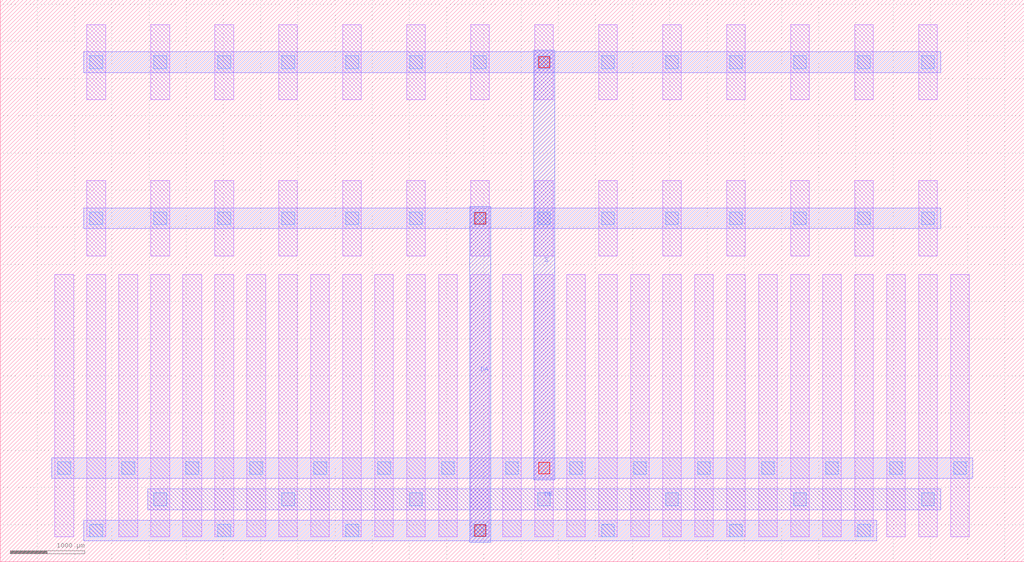
<source format=lef>
MACRO SCM_NMOS_76211906_X7_Y1
  UNITS 
    DATABASE MICRONS UNITS 1000;
  END UNITS 
  ORIGIN 0 0 ;
  FOREIGN SCM_NMOS_76211906_X7_Y1 0 0 ;
  SIZE 13760 BY 7560 ;
  PIN DA
    DIRECTION INOUT ;
    USE SIGNAL ;
    PORT
      LAYER M3 ;
        RECT 6310 260 6590 4780 ;
    END
  END DA
  PIN DB
    DIRECTION INOUT ;
    USE SIGNAL ;
    PORT
      LAYER M2 ;
        RECT 1980 700 12640 980 ;
    END
  END DB
  PIN S
    DIRECTION INOUT ;
    USE SIGNAL ;
    PORT
      LAYER M3 ;
        RECT 7170 1100 7450 6880 ;
    END
  END S
  OBS
    LAYER M1 ;
      RECT 1165 335 1415 3865 ;
    LAYER M1 ;
      RECT 1165 4115 1415 5125 ;
    LAYER M1 ;
      RECT 1165 6215 1415 7225 ;
    LAYER M1 ;
      RECT 735 335 985 3865 ;
    LAYER M1 ;
      RECT 1595 335 1845 3865 ;
    LAYER M1 ;
      RECT 2025 335 2275 3865 ;
    LAYER M1 ;
      RECT 2025 4115 2275 5125 ;
    LAYER M1 ;
      RECT 2025 6215 2275 7225 ;
    LAYER M1 ;
      RECT 2455 335 2705 3865 ;
    LAYER M1 ;
      RECT 2885 335 3135 3865 ;
    LAYER M1 ;
      RECT 2885 4115 3135 5125 ;
    LAYER M1 ;
      RECT 2885 6215 3135 7225 ;
    LAYER M1 ;
      RECT 3315 335 3565 3865 ;
    LAYER M1 ;
      RECT 3745 335 3995 3865 ;
    LAYER M1 ;
      RECT 3745 4115 3995 5125 ;
    LAYER M1 ;
      RECT 3745 6215 3995 7225 ;
    LAYER M1 ;
      RECT 4175 335 4425 3865 ;
    LAYER M1 ;
      RECT 4605 335 4855 3865 ;
    LAYER M1 ;
      RECT 4605 4115 4855 5125 ;
    LAYER M1 ;
      RECT 4605 6215 4855 7225 ;
    LAYER M1 ;
      RECT 5035 335 5285 3865 ;
    LAYER M1 ;
      RECT 5465 335 5715 3865 ;
    LAYER M1 ;
      RECT 5465 4115 5715 5125 ;
    LAYER M1 ;
      RECT 5465 6215 5715 7225 ;
    LAYER M1 ;
      RECT 5895 335 6145 3865 ;
    LAYER M1 ;
      RECT 6325 335 6575 3865 ;
    LAYER M1 ;
      RECT 6325 4115 6575 5125 ;
    LAYER M1 ;
      RECT 6325 6215 6575 7225 ;
    LAYER M1 ;
      RECT 6755 335 7005 3865 ;
    LAYER M1 ;
      RECT 7185 335 7435 3865 ;
    LAYER M1 ;
      RECT 7185 4115 7435 5125 ;
    LAYER M1 ;
      RECT 7185 6215 7435 7225 ;
    LAYER M1 ;
      RECT 7615 335 7865 3865 ;
    LAYER M1 ;
      RECT 8045 335 8295 3865 ;
    LAYER M1 ;
      RECT 8045 4115 8295 5125 ;
    LAYER M1 ;
      RECT 8045 6215 8295 7225 ;
    LAYER M1 ;
      RECT 8475 335 8725 3865 ;
    LAYER M1 ;
      RECT 8905 335 9155 3865 ;
    LAYER M1 ;
      RECT 8905 4115 9155 5125 ;
    LAYER M1 ;
      RECT 8905 6215 9155 7225 ;
    LAYER M1 ;
      RECT 9335 335 9585 3865 ;
    LAYER M1 ;
      RECT 9765 335 10015 3865 ;
    LAYER M1 ;
      RECT 9765 4115 10015 5125 ;
    LAYER M1 ;
      RECT 9765 6215 10015 7225 ;
    LAYER M1 ;
      RECT 10195 335 10445 3865 ;
    LAYER M1 ;
      RECT 10625 335 10875 3865 ;
    LAYER M1 ;
      RECT 10625 4115 10875 5125 ;
    LAYER M1 ;
      RECT 10625 6215 10875 7225 ;
    LAYER M1 ;
      RECT 11055 335 11305 3865 ;
    LAYER M1 ;
      RECT 11485 335 11735 3865 ;
    LAYER M1 ;
      RECT 11485 4115 11735 5125 ;
    LAYER M1 ;
      RECT 11485 6215 11735 7225 ;
    LAYER M1 ;
      RECT 11915 335 12165 3865 ;
    LAYER M1 ;
      RECT 12345 335 12595 3865 ;
    LAYER M1 ;
      RECT 12345 4115 12595 5125 ;
    LAYER M1 ;
      RECT 12345 6215 12595 7225 ;
    LAYER M1 ;
      RECT 12775 335 13025 3865 ;
    LAYER M2 ;
      RECT 1120 4480 12640 4760 ;
    LAYER M2 ;
      RECT 1120 280 11780 560 ;
    LAYER M2 ;
      RECT 690 1120 13070 1400 ;
    LAYER M2 ;
      RECT 1120 6580 12640 6860 ;
    LAYER V1 ;
      RECT 1205 335 1375 505 ;
    LAYER V1 ;
      RECT 1205 4535 1375 4705 ;
    LAYER V1 ;
      RECT 1205 6635 1375 6805 ;
    LAYER V1 ;
      RECT 2065 755 2235 925 ;
    LAYER V1 ;
      RECT 2065 4535 2235 4705 ;
    LAYER V1 ;
      RECT 2065 6635 2235 6805 ;
    LAYER V1 ;
      RECT 2925 335 3095 505 ;
    LAYER V1 ;
      RECT 2925 4535 3095 4705 ;
    LAYER V1 ;
      RECT 2925 6635 3095 6805 ;
    LAYER V1 ;
      RECT 3785 755 3955 925 ;
    LAYER V1 ;
      RECT 3785 4535 3955 4705 ;
    LAYER V1 ;
      RECT 3785 6635 3955 6805 ;
    LAYER V1 ;
      RECT 4645 335 4815 505 ;
    LAYER V1 ;
      RECT 4645 4535 4815 4705 ;
    LAYER V1 ;
      RECT 4645 6635 4815 6805 ;
    LAYER V1 ;
      RECT 5505 755 5675 925 ;
    LAYER V1 ;
      RECT 5505 4535 5675 4705 ;
    LAYER V1 ;
      RECT 5505 6635 5675 6805 ;
    LAYER V1 ;
      RECT 6365 335 6535 505 ;
    LAYER V1 ;
      RECT 6365 4535 6535 4705 ;
    LAYER V1 ;
      RECT 6365 6635 6535 6805 ;
    LAYER V1 ;
      RECT 7225 755 7395 925 ;
    LAYER V1 ;
      RECT 7225 4535 7395 4705 ;
    LAYER V1 ;
      RECT 7225 6635 7395 6805 ;
    LAYER V1 ;
      RECT 8085 335 8255 505 ;
    LAYER V1 ;
      RECT 8085 4535 8255 4705 ;
    LAYER V1 ;
      RECT 8085 6635 8255 6805 ;
    LAYER V1 ;
      RECT 8945 755 9115 925 ;
    LAYER V1 ;
      RECT 8945 4535 9115 4705 ;
    LAYER V1 ;
      RECT 8945 6635 9115 6805 ;
    LAYER V1 ;
      RECT 9805 335 9975 505 ;
    LAYER V1 ;
      RECT 9805 4535 9975 4705 ;
    LAYER V1 ;
      RECT 9805 6635 9975 6805 ;
    LAYER V1 ;
      RECT 10665 755 10835 925 ;
    LAYER V1 ;
      RECT 10665 4535 10835 4705 ;
    LAYER V1 ;
      RECT 10665 6635 10835 6805 ;
    LAYER V1 ;
      RECT 11525 335 11695 505 ;
    LAYER V1 ;
      RECT 11525 4535 11695 4705 ;
    LAYER V1 ;
      RECT 11525 6635 11695 6805 ;
    LAYER V1 ;
      RECT 12385 755 12555 925 ;
    LAYER V1 ;
      RECT 12385 4535 12555 4705 ;
    LAYER V1 ;
      RECT 12385 6635 12555 6805 ;
    LAYER V1 ;
      RECT 775 1175 945 1345 ;
    LAYER V1 ;
      RECT 1635 1175 1805 1345 ;
    LAYER V1 ;
      RECT 2495 1175 2665 1345 ;
    LAYER V1 ;
      RECT 3355 1175 3525 1345 ;
    LAYER V1 ;
      RECT 4215 1175 4385 1345 ;
    LAYER V1 ;
      RECT 5075 1175 5245 1345 ;
    LAYER V1 ;
      RECT 5935 1175 6105 1345 ;
    LAYER V1 ;
      RECT 6795 1175 6965 1345 ;
    LAYER V1 ;
      RECT 7655 1175 7825 1345 ;
    LAYER V1 ;
      RECT 8515 1175 8685 1345 ;
    LAYER V1 ;
      RECT 9375 1175 9545 1345 ;
    LAYER V1 ;
      RECT 10235 1175 10405 1345 ;
    LAYER V1 ;
      RECT 11095 1175 11265 1345 ;
    LAYER V1 ;
      RECT 11955 1175 12125 1345 ;
    LAYER V1 ;
      RECT 12815 1175 12985 1345 ;
    LAYER V2 ;
      RECT 6375 345 6525 495 ;
    LAYER V2 ;
      RECT 6375 4545 6525 4695 ;
    LAYER V2 ;
      RECT 7235 1185 7385 1335 ;
    LAYER V2 ;
      RECT 7235 6645 7385 6795 ;
  END
END SCM_NMOS_76211906_X7_Y1

</source>
